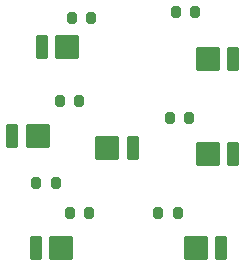
<source format=gbr>
%TF.GenerationSoftware,KiCad,Pcbnew,9.0.6*%
%TF.CreationDate,2025-11-11T17:50:26+05:30*%
%TF.ProjectId,torch_light_portion,746f7263-685f-46c6-9967-68745f706f72,rev?*%
%TF.SameCoordinates,Original*%
%TF.FileFunction,Paste,Top*%
%TF.FilePolarity,Positive*%
%FSLAX46Y46*%
G04 Gerber Fmt 4.6, Leading zero omitted, Abs format (unit mm)*
G04 Created by KiCad (PCBNEW 9.0.6) date 2025-11-11 17:50:26*
%MOMM*%
%LPD*%
G01*
G04 APERTURE LIST*
G04 Aperture macros list*
%AMRoundRect*
0 Rectangle with rounded corners*
0 $1 Rounding radius*
0 $2 $3 $4 $5 $6 $7 $8 $9 X,Y pos of 4 corners*
0 Add a 4 corners polygon primitive as box body*
4,1,4,$2,$3,$4,$5,$6,$7,$8,$9,$2,$3,0*
0 Add four circle primitives for the rounded corners*
1,1,$1+$1,$2,$3*
1,1,$1+$1,$4,$5*
1,1,$1+$1,$6,$7*
1,1,$1+$1,$8,$9*
0 Add four rect primitives between the rounded corners*
20,1,$1+$1,$2,$3,$4,$5,0*
20,1,$1+$1,$4,$5,$6,$7,0*
20,1,$1+$1,$6,$7,$8,$9,0*
20,1,$1+$1,$8,$9,$2,$3,0*%
G04 Aperture macros list end*
%ADD10RoundRect,0.165000X-0.385000X-0.885000X0.385000X-0.885000X0.385000X0.885000X-0.385000X0.885000X0*%
%ADD11RoundRect,0.315000X-0.735000X-0.735000X0.735000X-0.735000X0.735000X0.735000X-0.735000X0.735000X0*%
%ADD12RoundRect,0.200000X-0.200000X-0.275000X0.200000X-0.275000X0.200000X0.275000X-0.200000X0.275000X0*%
%ADD13RoundRect,0.165000X0.385000X0.885000X-0.385000X0.885000X-0.385000X-0.885000X0.385000X-0.885000X0*%
%ADD14RoundRect,0.315000X0.735000X0.735000X-0.735000X0.735000X-0.735000X-0.735000X0.735000X-0.735000X0*%
%ADD15RoundRect,0.200000X0.200000X0.275000X-0.200000X0.275000X-0.200000X-0.275000X0.200000X-0.275000X0*%
G04 APERTURE END LIST*
D10*
%TO.C,D5*%
X119160000Y-97500000D03*
D11*
X121310000Y-97500000D03*
%TD*%
D12*
%TO.C,R2*%
X133000000Y-87000000D03*
X134650000Y-87000000D03*
%TD*%
D13*
%TO.C,D2*%
X136840000Y-107000000D03*
D14*
X134690000Y-107000000D03*
%TD*%
D12*
%TO.C,R4*%
X132500000Y-96000000D03*
X134150000Y-96000000D03*
%TD*%
%TO.C,R1*%
X124000000Y-104000000D03*
X125650000Y-104000000D03*
%TD*%
%TO.C,R6*%
X121175000Y-101500000D03*
X122825000Y-101500000D03*
%TD*%
D13*
%TO.C,D1*%
X129340000Y-98500000D03*
D14*
X127190000Y-98500000D03*
%TD*%
D13*
%TO.C,D4*%
X137840000Y-99000000D03*
D14*
X135690000Y-99000000D03*
%TD*%
D15*
%TO.C,R5*%
X125825000Y-87500000D03*
X124175000Y-87500000D03*
%TD*%
D10*
%TO.C,D7*%
X121660000Y-90000000D03*
D11*
X123810000Y-90000000D03*
%TD*%
D13*
%TO.C,D6*%
X137840000Y-91000000D03*
D14*
X135690000Y-91000000D03*
%TD*%
D15*
%TO.C,R3*%
X124825000Y-94500000D03*
X123175000Y-94500000D03*
%TD*%
D12*
%TO.C,R7*%
X131500000Y-104000000D03*
X133150000Y-104000000D03*
%TD*%
D10*
%TO.C,D3*%
X121160000Y-107000000D03*
D11*
X123310000Y-107000000D03*
%TD*%
M02*

</source>
